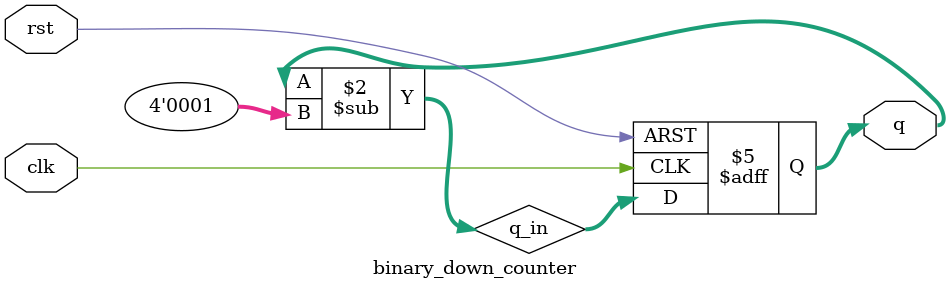
<source format=v>
`timescale 1ns / 1ps

`define BCD_COUNTER_BITS 4

module binary_down_counter(
    q,
    clk,
    rst
    );
    
    output [`BCD_COUNTER_BITS-1:0]q;
    input clk;
    input rst;
    
    reg [`BCD_COUNTER_BITS-1:0]q;
    reg [`BCD_COUNTER_BITS-1:0]q_in;
    
    always@(q)
    begin
        q_in <= q - `BCD_COUNTER_BITS'd1;
    end
    
    always@(posedge clk or negedge rst)
    begin
        if(~rst)
        begin
            q <= `BCD_COUNTER_BITS'd0;
        end
        else
        begin
            q <= q_in;
        end
    end
endmodule

</source>
